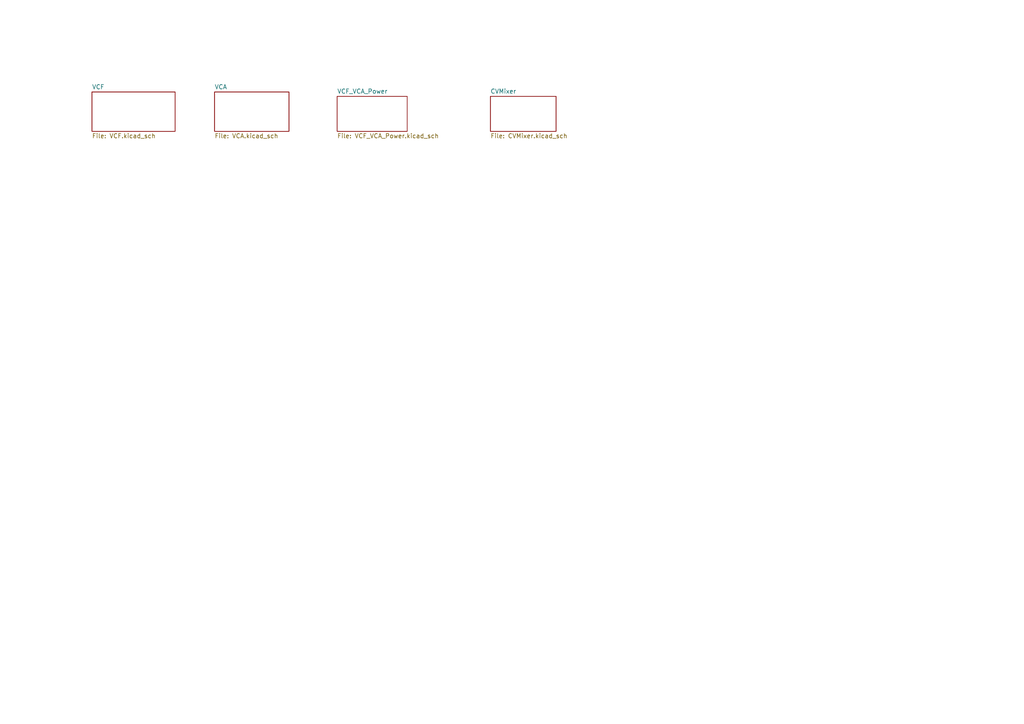
<source format=kicad_sch>
(kicad_sch
	(version 20231120)
	(generator "eeschema")
	(generator_version "8.0")
	(uuid "02fc5d1f-a2a3-4ec9-a454-0bdd0b1ddad0")
	(paper "A4")
	(lib_symbols)
	(sheet
		(at 142.24 27.94)
		(size 19.05 10.16)
		(fields_autoplaced yes)
		(stroke
			(width 0.1524)
			(type solid)
		)
		(fill
			(color 0 0 0 0.0000)
		)
		(uuid "1e1114cb-da7f-4c06-9d13-3f3194fd7877")
		(property "Sheetname" "CVMixer"
			(at 142.24 27.2284 0)
			(effects
				(font
					(size 1.27 1.27)
				)
				(justify left bottom)
			)
		)
		(property "Sheetfile" "CVMixer.kicad_sch"
			(at 142.24 38.6846 0)
			(effects
				(font
					(size 1.27 1.27)
				)
				(justify left top)
			)
		)
		(instances
			(project "VCFSeparate"
				(path "/02fc5d1f-a2a3-4ec9-a454-0bdd0b1ddad0"
					(page "5")
				)
			)
		)
	)
	(sheet
		(at 97.79 27.94)
		(size 20.32 10.16)
		(fields_autoplaced yes)
		(stroke
			(width 0.1524)
			(type solid)
		)
		(fill
			(color 0 0 0 0.0000)
		)
		(uuid "313889bb-bff5-4b3e-ac2c-df6eddbb7736")
		(property "Sheetname" "VCF_VCA_Power"
			(at 97.79 27.2284 0)
			(effects
				(font
					(size 1.27 1.27)
				)
				(justify left bottom)
			)
		)
		(property "Sheetfile" "VCF_VCA_Power.kicad_sch"
			(at 97.79 38.6846 0)
			(effects
				(font
					(size 1.27 1.27)
				)
				(justify left top)
			)
		)
		(instances
			(project "VCFSeparate"
				(path "/02fc5d1f-a2a3-4ec9-a454-0bdd0b1ddad0"
					(page "4")
				)
			)
		)
	)
	(sheet
		(at 62.23 26.67)
		(size 21.59 11.43)
		(fields_autoplaced yes)
		(stroke
			(width 0.1524)
			(type solid)
		)
		(fill
			(color 0 0 0 0.0000)
		)
		(uuid "7a121d15-c28a-4311-ac58-5e9e0128534b")
		(property "Sheetname" "VCA"
			(at 62.23 25.9584 0)
			(effects
				(font
					(size 1.27 1.27)
				)
				(justify left bottom)
			)
		)
		(property "Sheetfile" "VCA.kicad_sch"
			(at 62.23 38.6846 0)
			(effects
				(font
					(size 1.27 1.27)
				)
				(justify left top)
			)
		)
		(instances
			(project "VCFSeparate"
				(path "/02fc5d1f-a2a3-4ec9-a454-0bdd0b1ddad0"
					(page "3")
				)
			)
		)
	)
	(sheet
		(at 26.67 26.67)
		(size 24.13 11.43)
		(fields_autoplaced yes)
		(stroke
			(width 0.1524)
			(type solid)
		)
		(fill
			(color 0 0 0 0.0000)
		)
		(uuid "aa4aac70-b89f-446e-bb86-7716924b7c78")
		(property "Sheetname" "VCF"
			(at 26.67 25.9584 0)
			(effects
				(font
					(size 1.27 1.27)
				)
				(justify left bottom)
			)
		)
		(property "Sheetfile" "VCF.kicad_sch"
			(at 26.67 38.6846 0)
			(effects
				(font
					(size 1.27 1.27)
				)
				(justify left top)
			)
		)
		(instances
			(project "VCFSeparate"
				(path "/02fc5d1f-a2a3-4ec9-a454-0bdd0b1ddad0"
					(page "2")
				)
			)
		)
	)
	(sheet_instances
		(path "/"
			(page "1")
		)
	)
)

</source>
